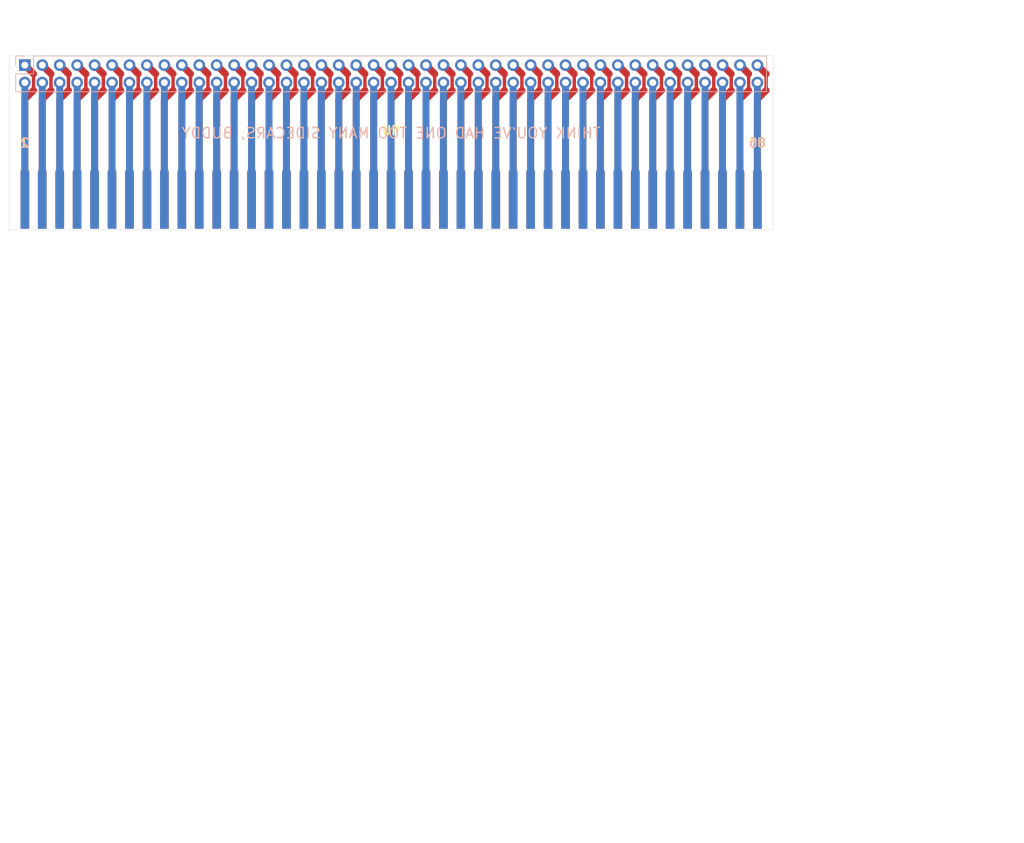
<source format=kicad_pcb>
(kicad_pcb (version 20240108) (generator "pcbnew") (generator_version "8.0")
  (layers (0 "F.Cu" signal) (31 "B.Cu" signal) (34 "B.Paste" user) (35 "F.Paste" user) (36 "B.SilkS" user "B.Silkscreen") (37 "F.SilkS" user "F.Silkscreen") (38 "B.Mask" user) (39 "F.Mask" user) (44 "Edge.Cuts" user))
  (net 0 "")
  (net 1 "/Pin31")
  (net 2 "/Pin7")
  (net 3 "/Pin9")
  (net 4 "/Pin56")
  (net 5 "/Pin63")
  (net 6 "/Pin39")
  (net 7 "/Pin36")
  (net 8 "/Pin5")
  (net 9 "/Pin47")
  (net 10 "/Pin30")
  (net 11 "/Pin37")
  (net 12 "/Pin43")
  (net 13 "/Pin73")
  (net 14 "/Pin70")
  (net 15 "/Pin52")
  (net 16 "/Pin10")
  (net 17 "/Pin76")
  (net 18 "/Pin4")
  (net 19 "/Pin17")
  (net 20 "/Pin74")
  (net 21 "/Pin16")
  (net 22 "/Pin45")
  (net 23 "/Pin86")
  (net 24 "/Pin64")
  (net 25 "/Pin3")
  (net 26 "/Pin8")
  (net 27 "/Pin19")
  (net 28 "/Pin68")
  (net 29 "/Pin57")
  (net 30 "/Pin81")
  (net 31 "/Pin34")
  (net 32 "/Pin61")
  (net 33 "/Pin65")
  (net 34 "/Pin54")
  (net 35 "/Pin69")
  (net 36 "/Pin32")
  (net 37 "/Pin66")
  (net 38 "/Pin58")
  (net 39 "/Pin48")
  (net 40 "/Pin29")
  (net 41 "/Pin46")
  (net 42 "/Pin40")
  (net 43 "/Pin15")
  (net 44 "/Pin53")
  (net 45 "/Pin41")
  (net 46 "/Pin13")
  (net 47 "/Pin49")
  (net 48 "/Pin14")
  (net 49 "/Pin59")
  (net 50 "/Pin23")
  (net 51 "/Pin77")
  (net 52 "/Pin50")
  (net 53 "/Pin67")
  (net 54 "/Pin21")
  (net 55 "/Pin28")
  (net 56 "/Pin18")
  (net 57 "/Pin71")
  (net 58 "/Pin42")
  (net 59 "/Pin44")
  (net 60 "/Pin24")
  (net 61 "/Pin35")
  (net 62 "/Pin11")
  (net 63 "/Pin55")
  (net 64 "/Pin1")
  (net 65 "/Pin51")
  (net 66 "/Pin83")
  (net 67 "/Pin20")
  (net 68 "/Pin72")
  (net 69 "/Pin25")
  (net 70 "/Pin26")
  (net 71 "/Pin75")
  (net 72 "/Pin6")
  (net 73 "/Pin82")
  (net 74 "/Pin79")
  (net 75 "/Pin85")
  (net 76 "/Pin62")
  (net 77 "/Pin38")
  (net 78 "/Pin80")
  (net 79 "/Pin78")
  (net 80 "/Pin33")
  (net 81 "/Pin12")
  (net 82 "/Pin84")
  (net 83 "/Pin60")
  (net 84 "/Pin27")
  (net 85 "/Pin2")
  (net 86 "/Pin22")
  (footprint "Conn:PinHeader_2x43_P2.54mm_Vertical" (layer "B.Cu") (at 73.66 64.897 -90)
    (property "Reference" "J1" (hide yes))
    (property "Value" "Conn_02x43_Odd_Even")
  )
  (footprint "Conn:EDGE_86_100" (layer "B.Cu") (at 127 84.074 180)
    (property "Reference" "J2" (hide yes))
    (property "Value" "Conn_02x43_Odd_Even")
  )
  (gr_rect (start 71.374 63.5) (end 182.626 88.9) (stroke (width 0.05)) (fill none) (layer "Edge.Cuts"))
  (gr_text "86" (at 180.34 76.962 0) (layer "B.SilkS") (effects (font (size 1.27 1.27) (thickness 0.254) (bold yes)) (justify bottom mirror)))
  (gr_text "THINK YOU'VE HAD ONE TOO MANY SIDECARS, BUDDY" (at 127 75.692 0) (layer "B.SilkS") (effects (font (size 1.524 1.524) (thickness 0.2032)) (justify bottom mirror)))
  (gr_text "2" (at 73.66 76.962 0) (layer "B.SilkS") (effects (font (size 1.27 1.27) (thickness 0.254) (bold yes)) (justify bottom mirror)))
  (gr_text "UP" (at 127 75.184 0) (layer "F.SilkS") (effects (font (size 1.27 1.27) (thickness 0.254) (bold yes)) (justify bottom)))
  (gr_text "85" (at 180.34 76.962 0) (layer "F.SilkS") (effects (font (size 1.27 1.27) (thickness 0.254) (bold yes)) (justify bottom)))
  (gr_text "1" (at 73.533 76.962 0) (layer "F.SilkS") (effects (font (size 1.27 1.27) (thickness 0.254) (bold yes)) (justify bottom)))
  (segment (start 113.03 68.58) (end 111.76 69.85) (width 1.016) (layer "F.Cu") (net 1))
  (segment (start 111.76 64.897) (end 113.03 66.167) (width 1.016) (layer "F.Cu") (net 1))
  (segment (start 111.76 69.85) (end 111.76 84.074) (width 1.016) (layer "F.Cu") (net 1))
  (segment (start 113.03 66.167) (end 113.03 68.58) (width 0.508) (layer "F.Cu") (net 1))
  (segment (start 82.55 68.58) (end 81.28 69.85) (width 1.016) (layer "F.Cu") (net 2))
  (segment (start 81.28 64.897) (end 82.55 66.167) (width 1.016) (layer "F.Cu") (net 2))
  (segment (start 82.55 66.167) (end 82.55 68.58) (width 0.508) (layer "F.Cu") (net 2))
  (segment (start 81.28 69.85) (end 81.28 84.074) (width 1.016) (layer "F.Cu") (net 2))
  (segment (start 85.09 66.167) (end 85.09 68.58) (width 0.508) (layer "F.Cu") (net 3))
  (segment (start 83.82 69.85) (end 83.82 84.074) (width 1.016) (layer "F.Cu") (net 3))
  (segment (start 83.82 64.897) (end 85.09 66.167) (width 1.016) (layer "F.Cu") (net 3))
  (segment (start 85.09 68.58) (end 83.82 69.85) (width 1.016) (layer "F.Cu") (net 3))
  (segment (start 142.24 84.074) (end 142.24 67.437) (width 1.016) (layer "B.Cu") (net 4))
  (segment (start 152.4 64.897) (end 153.67 66.167) (width 1.016) (layer "F.Cu") (net 5))
  (segment (start 153.67 68.58) (end 152.4 69.85) (width 1.016) (layer "F.Cu") (net 5))
  (segment (start 152.4 69.85) (end 152.4 84.074) (width 1.016) (layer "F.Cu") (net 5))
  (segment (start 153.67 66.167) (end 153.67 68.58) (width 0.508) (layer "F.Cu") (net 5))
  (segment (start 123.19 66.167) (end 123.19 68.58) (width 0.508) (layer "F.Cu") (net 6))
  (segment (start 121.92 64.897) (end 123.19 66.167) (width 1.016) (layer "F.Cu") (net 6))
  (segment (start 121.92 69.85) (end 121.92 84.074) (width 1.016) (layer "F.Cu") (net 6))
  (segment (start 123.19 68.58) (end 121.92 69.85) (width 1.016) (layer "F.Cu") (net 6))
  (segment (start 116.84 84.074) (end 116.84 67.437) (width 1.016) (layer "B.Cu") (net 7))
  (segment (start 80.01 68.58) (end 78.74 69.85) (width 1.016) (layer "F.Cu") (net 8))
  (segment (start 78.74 69.85) (end 78.74 84.074) (width 1.016) (layer "F.Cu") (net 8))
  (segment (start 78.74 64.897) (end 80.01 66.167) (width 1.016) (layer "F.Cu") (net 8))
  (segment (start 80.01 66.167) (end 80.01 68.58) (width 0.508) (layer "F.Cu") (net 8))
  (segment (start 133.35 68.58) (end 132.08 69.85) (width 1.016) (layer "F.Cu") (net 9))
  (segment (start 132.08 69.85) (end 132.08 84.074) (width 1.016) (layer "F.Cu") (net 9))
  (segment (start 133.35 66.167) (end 133.35 68.58) (width 0.508) (layer "F.Cu") (net 9))
  (segment (start 132.08 64.897) (end 133.35 66.167) (width 1.016) (layer "F.Cu") (net 9))
  (segment (start 109.22 84.074) (end 109.22 67.437) (width 1.016) (layer "B.Cu") (net 10))
  (segment (start 120.65 68.58) (end 119.38 69.85) (width 1.016) (layer "F.Cu") (net 11))
  (segment (start 119.38 69.85) (end 119.38 84.074) (width 1.016) (layer "F.Cu") (net 11))
  (segment (start 119.38 64.897) (end 120.65 66.167) (width 1.016) (layer "F.Cu") (net 11))
  (segment (start 120.65 66.167) (end 120.65 68.58) (width 0.508) (layer "F.Cu") (net 11))
  (segment (start 128.27 66.167) (end 128.27 68.58) (width 0.508) (layer "F.Cu") (net 12))
  (segment (start 128.27 68.58) (end 127 69.85) (width 1.016) (layer "F.Cu") (net 12))
  (segment (start 127 64.897) (end 128.27 66.167) (width 1.016) (layer "F.Cu") (net 12))
  (segment (start 127 69.85) (end 127 84.074) (width 1.016) (layer "F.Cu") (net 12))
  (segment (start 166.37 68.58) (end 165.1 69.85) (width 1.016) (layer "F.Cu") (net 13))
  (segment (start 165.1 64.897) (end 166.37 66.167) (width 1.016) (layer "F.Cu") (net 13))
  (segment (start 165.1 69.85) (end 165.1 84.074) (width 1.016) (layer "F.Cu") (net 13))
  (segment (start 166.37 66.167) (end 166.37 68.58) (width 0.508) (layer "F.Cu") (net 13))
  (segment (start 160.02 84.074) (end 160.02 67.437) (width 1.016) (layer "B.Cu") (net 14))
  (segment (start 137.16 84.074) (end 137.16 67.437) (width 1.016) (layer "B.Cu") (net 15))
  (segment (start 83.82 84.074) (end 83.82 67.437) (width 1.016) (layer "B.Cu") (net 16))
  (segment (start 167.64 84.074) (end 167.64 67.437) (width 1.016) (layer "B.Cu") (net 17))
  (segment (start 76.2 84.074) (end 76.2 67.437) (width 1.016) (layer "B.Cu") (net 18))
  (segment (start 95.25 66.167) (end 95.25 68.58) (width 0.508) (layer "F.Cu") (net 19))
  (segment (start 93.98 69.85) (end 93.98 84.074) (width 1.016) (layer "F.Cu") (net 19))
  (segment (start 95.25 68.58) (end 93.98 69.85) (width 1.016) (layer "F.Cu") (net 19))
  (segment (start 93.98 64.897) (end 95.25 66.167) (width 1.016) (layer "F.Cu") (net 19))
  (segment (start 165.1 84.074) (end 165.1 67.437) (width 1.016) (layer "B.Cu") (net 20))
  (segment (start 91.44 84.074) (end 91.44 67.437) (width 1.016) (layer "B.Cu") (net 21))
  (segment (start 129.54 69.85) (end 129.54 84.074) (width 1.016) (layer "F.Cu") (net 22))
  (segment (start 129.54 64.897) (end 130.81 66.167) (width 1.016) (layer "F.Cu") (net 22))
  (segment (start 130.81 68.58) (end 129.54 69.85) (width 1.016) (layer "F.Cu") (net 22))
  (segment (start 130.81 66.167) (end 130.81 68.58) (width 0.508) (layer "F.Cu") (net 22))
  (segment (start 180.34 84.074) (end 180.34 67.437) (width 1.016) (layer "B.Cu") (net 23))
  (segment (start 152.4 84.074) (end 152.4 67.437) (width 1.016) (layer "B.Cu") (net 24))
  (segment (start 76.2 64.897) (end 77.47 66.167) (width 1.016) (layer "F.Cu") (net 25))
  (segment (start 76.2 69.85) (end 76.2 84.074) (width 1.016) (layer "F.Cu") (net 25))
  (segment (start 77.47 66.167) (end 77.47 68.58) (width 0.508) (layer "F.Cu") (net 25))
  (segment (start 77.47 68.58) (end 76.2 69.85) (width 1.016) (layer "F.Cu") (net 25))
  (segment (start 81.28 84.074) (end 81.28 67.437) (width 1.016) (layer "B.Cu") (net 26))
  (segment (start 97.79 66.167) (end 97.79 68.58) (width 0.508) (layer "F.Cu") (net 27))
  (segment (start 97.79 68.58) (end 96.52 69.85) (width 1.016) (layer "F.Cu") (net 27))
  (segment (start 96.52 64.897) (end 97.79 66.167) (width 1.016) (layer "F.Cu") (net 27))
  (segment (start 96.52 69.85) (end 96.52 84.074) (width 1.016) (layer "F.Cu") (net 27))
  (segment (start 157.48 84.074) (end 157.48 67.437) (width 1.016) (layer "B.Cu") (net 28))
  (segment (start 146.05 66.167) (end 146.05 68.58) (width 0.508) (layer "F.Cu") (net 29))
  (segment (start 144.78 64.897) (end 146.05 66.167) (width 1.016) (layer "F.Cu") (net 29))
  (segment (start 144.78 69.85) (end 144.78 84.074) (width 1.016) (layer "F.Cu") (net 29))
  (segment (start 146.05 68.58) (end 144.78 69.85) (width 1.016) (layer "F.Cu") (net 29))
  (segment (start 175.26 69.85) (end 175.26 84.074) (width 1.016) (layer "F.Cu") (net 30))
  (segment (start 175.26 64.897) (end 176.53 66.167) (width 1.016) (layer "F.Cu") (net 30))
  (segment (start 176.53 66.167) (end 176.53 68.58) (width 0.508) (layer "F.Cu") (net 30))
  (segment (start 176.53 68.58) (end 175.26 69.85) (width 1.016) (layer "F.Cu") (net 30))
  (segment (start 114.3 84.074) (end 114.3 67.437) (width 1.016) (layer "B.Cu") (net 31))
  (segment (start 149.86 69.85) (end 149.86 84.074) (width 1.016) (layer "F.Cu") (net 32))
  (segment (start 151.13 68.58) (end 149.86 69.85) (width 1.016) (layer "F.Cu") (net 32))
  (segment (start 151.13 66.167) (end 151.13 68.58) (width 0.508) (layer "F.Cu") (net 32))
  (segment (start 149.86 64.897) (end 151.13 66.167) (width 1.016) (layer "F.Cu") (net 32))
  (segment (start 154.94 69.85) (end 154.94 84.074) (width 1.016) (layer "F.Cu") (net 33))
  (segment (start 154.94 64.897) (end 156.21 66.167) (width 1.016) (layer "F.Cu") (net 33))
  (segment (start 156.21 68.58) (end 154.94 69.85) (width 1.016) (layer "F.Cu") (net 33))
  (segment (start 156.21 66.167) (end 156.21 68.58) (width 0.508) (layer "F.Cu") (net 33))
  (segment (start 139.7 84.074) (end 139.7 67.437) (width 1.016) (layer "B.Cu") (net 34))
  (segment (start 161.29 66.167) (end 161.29 68.58) (width 0.508) (layer "F.Cu") (net 35))
  (segment (start 160.02 69.85) (end 160.02 84.074) (width 1.016) (layer "F.Cu") (net 35))
  (segment (start 160.02 64.897) (end 161.29 66.167) (width 1.016) (layer "F.Cu") (net 35))
  (segment (start 161.29 68.58) (end 160.02 69.85) (width 1.016) (layer "F.Cu") (net 35))
  (segment (start 111.76 84.074) (end 111.76 67.437) (width 1.016) (layer "B.Cu") (net 36))
  (segment (start 154.94 84.074) (end 154.94 67.437) (width 1.016) (layer "B.Cu") (net 37))
  (segment (start 144.78 84.074) (end 144.78 67.437) (width 1.016) (layer "B.Cu") (net 38))
  (segment (start 132.08 84.074) (end 132.08 67.437) (width 1.016) (layer "B.Cu") (net 39))
  (segment (start 110.49 68.58) (end 109.22 69.85) (width 1.016) (layer "F.Cu") (net 40))
  (segment (start 110.49 66.167) (end 110.49 68.58) (width 0.508) (layer "F.Cu") (net 40))
  (segment (start 109.22 64.897) (end 110.49 66.167) (width 1.016) (layer "F.Cu") (net 40))
  (segment (start 109.22 69.85) (end 109.22 84.074) (width 1.016) (layer "F.Cu") (net 40))
  (segment (start 129.54 84.074) (end 129.54 67.437) (width 1.016) (layer "B.Cu") (net 41))
  (segment (start 121.92 84.074) (end 121.92 67.437) (width 1.016) (layer "B.Cu") (net 42))
  (segment (start 92.71 68.58) (end 91.44 69.85) (width 1.016) (layer "F.Cu") (net 43))
  (segment (start 91.44 69.85) (end 91.44 84.074) (width 1.016) (layer "F.Cu") (net 43))
  (segment (start 92.71 66.167) (end 92.71 68.58) (width 0.508) (layer "F.Cu") (net 43))
  (segment (start 91.44 64.897) (end 92.71 66.167) (width 1.016) (layer "F.Cu") (net 43))
  (segment (start 139.7 64.897) (end 140.97 66.167) (width 1.016) (layer "F.Cu") (net 44))
  (segment (start 139.7 69.85) (end 139.7 84.074) (width 1.016) (layer "F.Cu") (net 44))
  (segment (start 140.97 66.167) (end 140.97 68.58) (width 0.508) (layer "F.Cu") (net 44))
  (segment (start 140.97 68.58) (end 139.7 69.85) (width 1.016) (layer "F.Cu") (net 44))
  (segment (start 125.73 66.167) (end 125.73 68.58) (width 0.508) (layer "F.Cu") (net 45))
  (segment (start 125.73 68.58) (end 124.46 69.85) (width 1.016) (layer "F.Cu") (net 45))
  (segment (start 124.46 64.897) (end 125.73 66.167) (width 1.016) (layer "F.Cu") (net 45))
  (segment (start 124.46 69.85) (end 124.46 84.074) (width 1.016) (layer "F.Cu") (net 45))
  (segment (start 90.17 68.58) (end 88.9 69.85) (width 1.016) (layer "F.Cu") (net 46))
  (segment (start 88.9 64.897) (end 90.17 66.167) (width 1.016) (layer "F.Cu") (net 46))
  (segment (start 90.17 66.167) (end 90.17 68.58) (width 0.508) (layer "F.Cu") (net 46))
  (segment (start 88.9 69.85) (end 88.9 84.074) (width 1.016) (layer "F.Cu") (net 46))
  (segment (start 134.62 64.897) (end 135.89 66.167) (width 1.016) (layer "F.Cu") (net 47))
  (segment (start 135.89 68.58) (end 134.62 69.85) (width 1.016) (layer "F.Cu") (net 47))
  (segment (start 134.62 69.85) (end 134.62 84.074) (width 1.016) (layer "F.Cu") (net 47))
  (segment (start 135.89 66.167) (end 135.89 68.58) (width 0.508) (layer "F.Cu") (net 47))
  (segment (start 88.9 84.074) (end 88.9 67.437) (width 1.016) (layer "B.Cu") (net 48))
  (segment (start 148.59 68.58) (end 147.32 69.85) (width 1.016) (layer "F.Cu") (net 49))
  (segment (start 147.32 64.897) (end 148.59 66.167) (width 1.016) (layer "F.Cu") (net 49))
  (segment (start 148.59 66.167) (end 148.59 68.58) (width 0.508) (layer "F.Cu") (net 49))
  (segment (start 147.32 69.85) (end 147.32 84.074) (width 1.016) (layer "F.Cu") (net 49))
  (segment (start 101.6 64.897) (end 102.87 66.167) (width 1.016) (layer "F.Cu") (net 50))
  (segment (start 101.6 69.85) (end 101.6 84.074) (width 1.016) (layer "F.Cu") (net 50))
  (segment (start 102.87 66.167) (end 102.87 68.58) (width 0.508) (layer "F.Cu") (net 50))
  (segment (start 102.87 68.58) (end 101.6 69.85) (width 1.016) (layer "F.Cu") (net 50))
  (segment (start 170.18 64.897) (end 171.45 66.167) (width 1.016) (layer "F.Cu") (net 51))
  (segment (start 171.45 66.167) (end 171.45 68.58) (width 0.508) (layer "F.Cu") (net 51))
  (segment (start 171.45 68.58) (end 170.18 69.85) (width 1.016) (layer "F.Cu") (net 51))
  (segment (start 170.18 69.85) (end 170.18 84.074) (width 1.016) (layer "F.Cu") (net 51))
  (segment (start 134.62 84.074) (end 134.62 67.437) (width 1.016) (layer "B.Cu") (net 52))
  (segment (start 158.75 68.58) (end 157.48 69.85) (width 1.016) (layer "F.Cu") (net 53))
  (segment (start 157.48 64.897) (end 158.75 66.167) (width 1.016) (layer "F.Cu") (net 53))
  (segment (start 158.75 66.167) (end 158.75 68.58) (width 0.508) (layer "F.Cu") (net 53))
  (segment (start 157.48 69.85) (end 157.48 84.074) (width 1.016) (layer "F.Cu") (net 53))
  (segment (start 100.33 68.58) (end 99.06 69.85) (width 1.016) (layer "F.Cu") (net 54))
  (segment (start 100.33 66.167) (end 100.33 68.58) (width 0.508) (layer "F.Cu") (net 54))
  (segment (start 99.06 64.897) (end 100.33 66.167) (width 1.016) (layer "F.Cu") (net 54))
  (segment (start 99.06 69.85) (end 99.06 84.074) (width 1.016) (layer "F.Cu") (net 54))
  (segment (start 106.68 84.074) (end 106.68 67.437) (width 1.016) (layer "B.Cu") (net 55))
  (segment (start 93.98 84.074) (end 93.98 67.437) (width 1.016) (layer "B.Cu") (net 56))
  (segment (start 163.83 66.167) (end 163.83 68.58) (width 0.508) (layer "F.Cu") (net 57))
  (segment (start 162.56 69.85) (end 162.56 84.074) (width 1.016) (layer "F.Cu") (net 57))
  (segment (start 162.56 64.897) (end 163.83 66.167) (width 1.016) (layer "F.Cu") (net 57))
  (segment (start 163.83 68.58) (end 162.56 69.85) (width 1.016) (layer "F.Cu") (net 57))
  (segment (start 124.46 84.074) (end 124.46 67.437) (width 1.016) (layer "B.Cu") (net 58))
  (segment (start 127 84.074) (end 127 67.437) (width 1.016) (layer "B.Cu") (net 59))
  (segment (start 101.6 84.074) (end 101.6 67.437) (width 1.016) (layer "B.Cu") (net 60))
  (segment (start 118.11 68.58) (end 116.84 69.85) (width 1.016) (layer "F.Cu") (net 61))
  (segment (start 118.11 66.167) (end 118.11 68.58) (width 0.508) (layer "F.Cu") (net 61))
  (segment (start 116.84 64.897) (end 118.11 66.167) (width 1.016) (layer "F.Cu") (net 61))
  (segment (start 116.84 69.85) (end 116.84 84.074) (width 1.016) (layer "F.Cu") (net 61))
  (segment (start 87.63 68.58) (end 86.36 69.85) (width 1.016) (layer "F.Cu") (net 62))
  (segment (start 87.63 66.167) (end 87.63 68.58) (width 0.508) (layer "F.Cu") (net 62))
  (segment (start 86.36 64.897) (end 87.63 66.167) (width 1.016) (layer "F.Cu") (net 62))
  (segment (start 86.36 69.85) (end 86.36 84.074) (width 1.016) (layer "F.Cu") (net 62))
  (segment (start 142.24 64.897) (end 143.51 66.167) (width 1.016) (layer "F.Cu") (net 63))
  (segment (start 143.51 68.58) (end 142.24 69.85) (width 1.016) (layer "F.Cu") (net 63))
  (segment (start 143.51 66.167) (end 143.51 68.58) (width 0.508) (layer "F.Cu") (net 63))
  (segment (start 142.24 69.85) (end 142.24 84.074) (width 1.016) (layer "F.Cu") (net 63))
  (segment (start 73.66 69.85) (end 73.66 84.074) (width 1.016) (layer "F.Cu") (net 64))
  (segment (start 74.93 68.58) (end 73.66 69.85) (width 1.016) (layer "F.Cu") (net 64))
  (segment (start 73.66 64.897) (end 74.93 66.167) (width 1.016) (layer "F.Cu") (net 64))
  (segment (start 74.93 66.167) (end 74.93 68.58) (width 0.508) (layer "F.Cu") (net 64))
  (segment (start 137.16 69.85) (end 137.16 84.074) (width 1.016) (layer "F.Cu") (net 65))
  (segment (start 138.43 68.58) (end 137.16 69.85) (width 1.016) (layer "F.Cu") (net 65))
  (segment (start 137.16 64.897) (end 138.43 66.167) (width 1.016) (layer "F.Cu") (net 65))
  (segment (start 138.43 66.167) (end 138.43 68.58) (width 0.508) (layer "F.Cu") (net 65))
  (segment (start 179.07 68.58) (end 177.8 69.85) (width 1.016) (layer "F.Cu") (net 66))
  (segment (start 177.8 64.897) (end 179.07 66.167) (width 1.016) (layer "F.Cu") (net 66))
  (segment (start 179.07 66.167) (end 179.07 68.58) (width 0.508) (layer "F.Cu") (net 66))
  (segment (start 177.8 69.85) (end 177.8 84.074) (width 1.016) (layer "F.Cu") (net 66))
  (segment (start 96.52 84.074) (end 96.52 67.437) (width 1.016) (layer "B.Cu") (net 67))
  (segment (start 162.56 84.074) (end 162.56 67.437) (width 1.016) (layer "B.Cu") (net 68))
  (segment (start 104.14 64.897) (end 105.41 66.167) (width 1.016) (layer "F.Cu") (net 69))
  (segment (start 105.41 66.167) (end 105.41 68.58) (width 0.508) (layer "F.Cu") (net 69))
  (segment (start 104.14 69.85) (end 104.14 84.074) (width 1.016) (layer "F.Cu") (net 69))
  (segment (start 105.41 68.58) (end 104.14 69.85) (width 1.016) (layer "F.Cu") (net 69))
  (segment (start 104.14 84.074) (end 104.14 67.437) (width 1.016) (layer "B.Cu") (net 70))
  (segment (start 168.91 68.58) (end 167.64 69.85) (width 1.016) (layer "F.Cu") (net 71))
  (segment (start 168.91 66.167) (end 168.91 68.58) (width 0.508) (layer "F.Cu") (net 71))
  (segment (start 167.64 69.85) (end 167.64 84.074) (width 1.016) (layer "F.Cu") (net 71))
  (segment (start 167.64 64.897) (end 168.91 66.167) (width 1.016) (layer "F.Cu") (net 71))
  (segment (start 78.74 84.074) (end 78.74 67.437) (width 1.016) (layer "B.Cu") (net 72))
  (segment (start 175.26 84.074) (end 175.26 67.437) (width 1.016) (layer "B.Cu") (net 73))
  (segment (start 173.99 66.167) (end 173.99 68.58) (width 0.508) (layer "F.Cu") (net 74))
  (segment (start 172.72 64.897) (end 173.99 66.167) (width 1.016) (layer "F.Cu") (net 74))
  (segment (start 173.99 68.58) (end 172.72 69.85) (width 1.016) (layer "F.Cu") (net 74))
  (segment (start 172.72 69.85) (end 172.72 84.074) (width 1.016) (layer "F.Cu") (net 74))
  (segment (start 180.34 69.85) (end 180.34 84.074) (width 1.016) (layer "F.Cu") (net 75))
  (segment (start 180.34 64.897) (end 181.61 66.167) (width 1.016) (layer "F.Cu") (net 75))
  (segment (start 181.61 66.167) (end 181.61 68.58) (width 0.508) (layer "F.Cu") (net 75))
  (segment (start 181.61 68.58) (end 180.34 69.85) (width 1.016) (layer "F.Cu") (net 75))
  (segment (start 149.86 84.074) (end 149.86 67.437) (width 1.016) (layer "B.Cu") (net 76))
  (segment (start 119.38 84.074) (end 119.38 67.437) (width 1.016) (layer "B.Cu") (net 77))
  (segment (start 172.72 84.074) (end 172.72 67.437) (width 1.016) (layer "B.Cu") (net 78))
  (segment (start 170.18 84.074) (end 170.18 67.437) (width 1.016) (layer "B.Cu") (net 79))
  (segment (start 115.57 68.58) (end 114.3 69.85) (width 1.016) (layer "F.Cu") (net 80))
  (segment (start 115.57 66.167) (end 115.57 68.58) (width 0.508) (layer "F.Cu") (net 80))
  (segment (start 114.3 69.85) (end 114.3 84.074) (width 1.016) (layer "F.Cu") (net 80))
  (segment (start 114.3 64.897) (end 115.57 66.167) (width 1.016) (layer "F.Cu") (net 80))
  (segment (start 86.36 84.074) (end 86.36 67.437) (width 1.016) (layer "B.Cu") (net 81))
  (segment (start 177.8 84.074) (end 177.8 67.437) (width 1.016) (layer "B.Cu") (net 82))
  (segment (start 147.32 84.074) (end 147.32 67.437) (width 1.016) (layer "B.Cu") (net 83))
  (segment (start 106.68 69.85) (end 106.68 84.074) (width 1.016) (layer "F.Cu") (net 84))
  (segment (start 107.95 66.167) (end 107.95 68.58) (width 0.508) (layer "F.Cu") (net 84))
  (segment (start 107.95 68.58) (end 106.68 69.85) (width 1.016) (layer "F.Cu") (net 84))
  (segment (start 106.68 64.897) (end 107.95 66.167) (width 1.016) (layer "F.Cu") (net 84))
  (segment (start 73.66 84.074) (end 73.66 67.437) (width 1.016) (layer "B.Cu") (net 85))
  (segment (start 99.06 84.074) (end 99.06 67.437) (width 1.016) (layer "B.Cu") (net 86))
)
</source>
